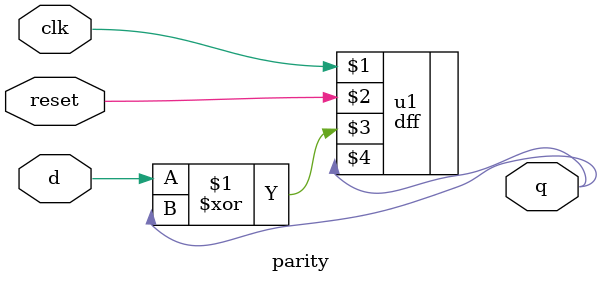
<source format=v>
module parity(clk, reset, d, q);
	input clk, reset, d;
	output q;
	
	dff u1(clk, reset, d ^ q, q);
	
endmodule
	
</source>
